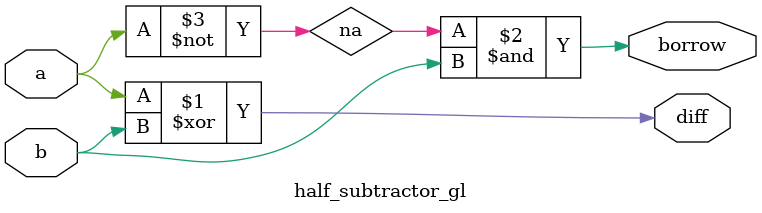
<source format=v>
module half_subtractor_gl (diff, borrow, a, b);
    input a, b;
    output diff, borrow;
    wire na;

    xor(diff, a, b);
    not(na, a);
    and(borrow, na, b);
endmodule


</source>
